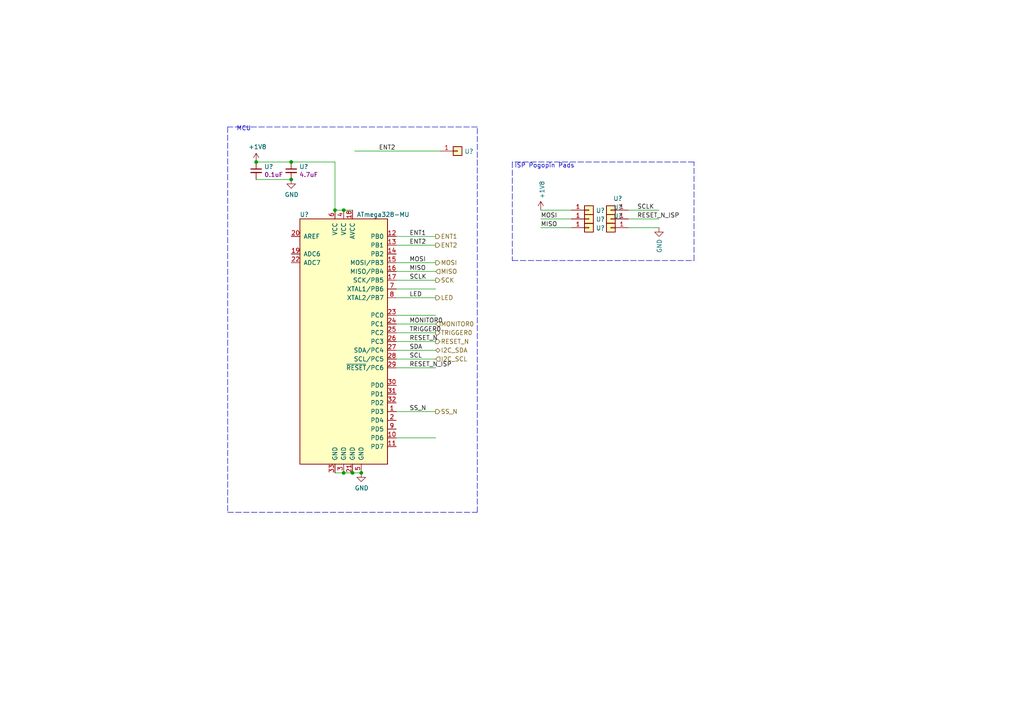
<source format=kicad_sch>
(kicad_sch (version 20211123) (generator eeschema)
  (paper "A4")
  (title_block (title "Miniscope-V4-Rigid-Flex") (date "2021-01-05") (rev "4.41") (company "Aharoni Lab"))
  (lib_symbols
    (symbol ".Capacitor:GRM155R60J475ME87D" (pin_numbers hide) (pin_names (offset 0.254) hide)
      (property "Reference" "C" (at 0.254 1.778 0))
      (property "Note" "4.7uF" (at 2.794 -2.032 0))
      (symbol "GRM155R60J475ME87D_0_1"
        (polyline (pts (xy -1.524 -0.508) (xy 1.524 -0.508)) (stroke (width 0.3302)))
        (polyline (pts (xy -1.524 0.508) (xy 1.524 0.508)) (stroke (width 0.3048)))
      )
      (symbol "GRM155R60J475ME87D_1_1"
        (pin passive line (at 0 2.54 270) (length 2.032) (name "~") (number "1"))
        (pin passive line (at 0 -2.54 90) (length 2.032) (name "~") (number "2"))
      )
    )
    (symbol ".Capacitor:GRM155R71A104JA01D" (pin_numbers hide) (pin_names (offset 0.254) hide)
      (property "Reference" "C" (at 0.254 1.778 0))
      (property "Note" "0.1uF" (at 2.794 -2.032 0))
      (symbol "GRM155R71A104JA01D_0_1"
        (polyline (pts (xy -1.524 -0.508) (xy 1.524 -0.508)) (stroke (width 0.3302)))
        (polyline (pts (xy -1.524 0.508) (xy 1.524 0.508)) (stroke (width 0.3048)))
      )
      (symbol "GRM155R71A104JA01D_1_1"
        (pin passive line (at 0 2.54 270) (length 2.032) (name "~") (number "1"))
        (pin passive line (at 0 -2.54 90) (length 2.032) (name "~") (number "2"))
      )
    )
    (symbol ".Connector:Conn_01x01" (pin_names (offset 1.016) hide)
      (property "Reference" "J" (at 0 2.54 0))
      (property "Value" "Conn_01x01" (at 0 -2.54 0))
      (symbol "Conn_01x01_1_1"
        (rectangle (start -1.27 0.127) (end 0 -0.127) (stroke (width 0.1524)))
        (rectangle (start -1.27 1.27) (end 1.27 -1.27) (stroke (width 0.254)) (fill (type background)))
        (pin passive line (at -5.08 0 0) (length 3.81) (name "Pin_1") (number "1"))
      )
    )
    (symbol ".MCU:ATmega328-MU" (pin_names (offset 1.016))
      (property "Reference" "U" (at -11.43 38.1 0))
      (property "Value" "ATmega328-MU" (at 12.7 36.83 0))
      (symbol "ATmega328-MU_1_1"
        (rectangle (start -12.7 -35.56) (end 12.7 35.56) (stroke (width 0.254)) (fill (type background)))
        (pin tri_state line (at 15.24 -20.32 180) (length 2.54) (name "PD3") (number "1"))
        (pin tri_state line (at 15.24 -27.94 180) (length 2.54) (name "PD6") (number "10"))
        (pin tri_state line (at 15.24 -30.48 180) (length 2.54) (name "PD7") (number "11"))
        (pin tri_state line (at 15.24 30.48 180) (length 2.54) (name "PB0") (number "12"))
        (pin tri_state line (at 15.24 27.94 180) (length 2.54) (name "PB1") (number "13"))
        (pin tri_state line (at 15.24 25.4 180) (length 2.54) (name "PB2") (number "14"))
        (pin tri_state line (at 15.24 22.86 180) (length 2.54) (name "MOSI/PB3") (number "15"))
        (pin tri_state line (at 15.24 20.32 180) (length 2.54) (name "MISO/PB4") (number "16"))
        (pin tri_state line (at 15.24 17.78 180) (length 2.54) (name "SCK/PB5") (number "17"))
        (pin power_in line (at 2.54 38.1 270) (length 2.54) (name "AVCC") (number "18"))
        (pin input line (at -15.24 25.4 0) (length 2.54) (name "ADC6") (number "19"))
        (pin tri_state line (at 15.24 -22.86 180) (length 2.54) (name "PD4") (number "2"))
        (pin passive line (at -15.24 30.48 0) (length 2.54) (name "AREF") (number "20"))
        (pin power_in line (at 2.54 -38.1 90) (length 2.54) (name "GND") (number "21"))
        (pin input line (at -15.24 22.86 0) (length 2.54) (name "ADC7") (number "22"))
        (pin tri_state line (at 15.24 7.62 180) (length 2.54) (name "PC0") (number "23"))
        (pin tri_state line (at 15.24 5.08 180) (length 2.54) (name "PC1") (number "24"))
        (pin tri_state line (at 15.24 2.54 180) (length 2.54) (name "PC2") (number "25"))
        (pin tri_state line (at 15.24 0 180) (length 2.54) (name "PC3") (number "26"))
        (pin tri_state line (at 15.24 -2.54 180) (length 2.54) (name "SDA/PC4") (number "27"))
        (pin tri_state line (at 15.24 -5.08 180) (length 2.54) (name "SCL/PC5") (number "28"))
        (pin tri_state line (at 15.24 -7.62 180) (length 2.54) (name "~{RESET}/PC6") (number "29"))
        (pin power_in line (at 0 -38.1 90) (length 2.54) (name "GND") (number "3"))
        (pin tri_state line (at 15.24 -12.7 180) (length 2.54) (name "PD0") (number "30"))
        (pin tri_state line (at 15.24 -15.24 180) (length 2.54) (name "PD1") (number "31"))
        (pin tri_state line (at 15.24 -17.78 180) (length 2.54) (name "PD2") (number "32"))
        (pin power_in line (at -2.54 -38.1 90) (length 2.54) (name "GND") (number "33"))
        (pin power_in line (at 0 38.1 270) (length 2.54) (name "VCC") (number "4"))
        (pin power_in line (at 5.08 -38.1 90) (length 2.54) (name "GND") (number "5"))
        (pin power_in line (at -2.54 38.1 270) (length 2.54) (name "VCC") (number "6"))
        (pin tri_state line (at 15.24 15.24 180) (length 2.54) (name "XTAL1/PB6") (number "7"))
        (pin tri_state line (at 15.24 12.7 180) (length 2.54) (name "XTAL2/PB7") (number "8"))
        (pin tri_state line (at 15.24 -25.4 180) (length 2.54) (name "PD5") (number "9"))
      )
    )
    (symbol "power:+1V8" (power) (pin_names (offset 0))
      (property "Value" "+1V8" (at 0 3.556 0))
      (symbol "+1V8_0_1"
        (polyline (pts (xy -0.762 1.27) (xy 0 2.54)))
        (polyline (pts (xy 0 0) (xy 0 2.54)))
        (polyline (pts (xy 0 2.54) (xy 0.762 1.27)))
      )
      (symbol "+1V8_1_1"
        (pin power_in line (at 0 0 90) (length 0) hide (name "+1V8") (number "1"))
      )
    )
    (symbol "power:GND" (power) (pin_names (offset 0))
      (property "Value" "GND" (at 0 -3.81 0))
      (symbol "GND_0_1"
        (polyline (pts (xy 0 0) (xy 0 -1.27) (xy 1.27 -1.27) (xy 0 -2.54) (xy -1.27 -1.27) (xy 0 -1.27)))
      )
      (symbol "GND_1_1"
        (pin power_in line (at 0 0 270) (length 0) hide (name "GND") (number "1"))
      )
    )
  )
  (junction (at 99.695 60.96))
  (junction (at 84.455 46.99))
  (junction (at 99.695 137.16))
  (junction (at 104.775 137.16))
  (junction (at 102.235 137.16))
  (junction (at 74.295 46.99))
  (junction (at 84.455 52.07))
  (junction (at 97.155 60.96))
  (wire (pts (xy 97.155 60.96) (xy 97.155 46.99)))
  (polyline (pts (xy 201.295 46.99) (xy 148.59 46.99)))
  (wire (pts (xy 102.87 43.815) (xy 127.635 43.815)))
  (wire (pts (xy 114.935 93.98) (xy 126.365 93.98)))
  (wire (pts (xy 114.935 68.58) (xy 126.365 68.58)))
  (wire (pts (xy 114.935 106.68) (xy 126.365 106.68)))
  (polyline (pts (xy 148.59 75.565) (xy 201.295 75.565)))
  (wire (pts (xy 114.935 101.6) (xy 126.365 101.6)))
  (wire (pts (xy 114.935 81.28) (xy 126.365 81.28)))
  (wire (pts (xy 114.935 127) (xy 126.365 127)))
  (wire (pts (xy 114.935 119.38) (xy 126.365 119.38)))
  (wire (pts (xy 84.455 52.07) (xy 74.295 52.07)))
  (wire (pts (xy 114.935 78.74) (xy 126.365 78.74)))
  (wire (pts (xy 97.155 137.16) (xy 99.695 137.16)))
  (wire (pts (xy 102.235 137.16) (xy 104.775 137.16)))
  (wire (pts (xy 114.935 86.36) (xy 126.365 86.36)))
  (wire (pts (xy 114.935 99.06) (xy 126.365 99.06)))
  (wire (pts (xy 102.235 60.96) (xy 99.695 60.96)))
  (wire (pts (xy 114.935 76.2) (xy 126.365 76.2)))
  (polyline (pts (xy 138.43 36.83) (xy 66.04 36.83)))
  (polyline (pts (xy 201.295 75.565) (xy 201.295 46.99)))
  (wire (pts (xy 114.935 104.14) (xy 126.365 104.14)))
  (wire (pts (xy 182.245 66.04) (xy 191.135 66.04)))
  (polyline (pts (xy 148.59 46.99) (xy 148.59 75.565)))
  (wire (pts (xy 114.935 83.82) (xy 126.365 83.82)))
  (wire (pts (xy 114.935 96.52) (xy 126.365 96.52)))
  (wire (pts (xy 182.245 60.96) (xy 191.135 60.96)))
  (polyline (pts (xy 66.04 36.83) (xy 66.04 148.59)))
  (wire (pts (xy 165.735 63.5) (xy 156.845 63.5)))
  (wire (pts (xy 84.455 46.99) (xy 74.295 46.99)))
  (wire (pts (xy 182.245 63.5) (xy 191.135 63.5)))
  (wire (pts (xy 165.735 66.04) (xy 156.845 66.04)))
  (polyline (pts (xy 138.43 148.59) (xy 138.43 36.83)))
  (wire (pts (xy 97.155 46.99) (xy 84.455 46.99)))
  (wire (pts (xy 99.695 137.16) (xy 102.235 137.16)))
  (wire (pts (xy 99.695 60.96) (xy 97.155 60.96)))
  (wire (pts (xy 165.735 60.96) (xy 156.845 60.96)))
  (wire (pts (xy 114.935 91.44) (xy 126.365 91.44)))
  (polyline (pts (xy 66.04 148.59) (xy 138.43 148.59)))
  (wire (pts (xy 114.935 71.12) (xy 126.365 71.12)))
  (text "ISP Pogopin Pads" (at 149.225 48.895 0) (effects (font (size 1.27 1.27)) (justify left bottom)))
  (text "MCU" (at 68.58 38.1 0) (effects (font (size 1.27 1.27)) (justify left bottom)))
  (label "TRIGGER0" (at 118.745 96.52 0))
  (label "RESET_N_ISP" (at 184.785 63.5 0))
  (label "MISO" (at 156.845 66.04 0))
  (label "SS_N" (at 118.745 119.38 0))
  (label "ENT2" (at 109.855 43.815 0))
  (label "ENT1" (at 118.745 68.58 0))
  (label "SCLK" (at 118.745 81.28 0))
  (label "SDA" (at 118.745 101.6 0))
  (label "RESET_N" (at 118.745 99.06 0))
  (label "ENT2" (at 118.745 71.12 0))
  (label "MONITOR0" (at 118.745 93.98 0))
  (label "MOSI" (at 118.745 76.2 0))
  (label "SCL" (at 118.745 104.14 0))
  (label "MISO" (at 118.745 78.74 0))
  (label "SCLK" (at 184.785 60.96 0))
  (label "LED" (at 118.745 86.36 0))
  (label "RESET_N_ISP" (at 118.745 106.68 0))
  (label "MOSI" (at 156.845 63.5 0))
  (hierarchical_label "MOSI" (shape output) (at 126.365 76.2 0))
  (hierarchical_label "I2C_SCL" (shape input) (at 126.365 104.14 0))
  (hierarchical_label "RESET_N" (shape output) (at 126.365 99.06 0))
  (hierarchical_label "ENT2" (shape output) (at 126.365 71.12 0))
  (hierarchical_label "TRIGGER0" (shape output) (at 126.365 96.52 0))
  (hierarchical_label "SS_N" (shape output) (at 126.365 119.38 0))
  (hierarchical_label "MONITOR0" (shape input) (at 126.365 93.98 0))
  (hierarchical_label "LED" (shape output) (at 126.365 86.36 0))
  (hierarchical_label "SCK" (shape output) (at 126.365 81.28 0))
  (hierarchical_label "I2C_SDA" (shape bidirectional) (at 126.365 101.6 0))
  (hierarchical_label "MISO" (shape input) (at 126.365 78.74 0))
  (hierarchical_label "ENT1" (shape output) (at 126.365 68.58 0))
  (symbol (lib_id ".MCU:ATmega328-MU") (at 99.695 99.06 0) (unit 1)
    (property "Value" "ATmega328-MU" (at 111.125 62.23 0))
    (property "Footprint" ".Package_QFN:QFN_33_P50_500X500X80L40X24T310L" (effects hide))
    (property "Datasheet" "http://ww1.microchip.com/downloads/en/DeviceDoc/40001906C.pdf" (effects hide))
  )
  (symbol (lib_id ".Capacitor:GRM155R60J475ME87D") (at 84.455 49.53 0) (unit 1)
    (property "Value" "GRM155R60J475ME47D" (effects hide))
    (property "Footprint" ".Capacitor:C_0402_1005Metric_L" (effects hide))
    (property "Note" "4.7uF" (at 86.7918 50.673 0) (effects (justify left)))
    (property "Size" "0402" (effects hide))
  )
  (symbol (lib_id "power:GND") (at 104.775 137.16 0) (unit 1)
    (property "Value" "GND" (at 104.902 141.5542 0))
  )
  (symbol (lib_id "power:+1V8") (at 74.295 46.99 0) (unit 1)
    (property "Value" "+1V8" (at 74.676 42.5958 0))
  )
  (symbol (lib_id "power:GND") (at 84.455 52.07 0) (unit 1)
    (property "Value" "GND" (at 84.582 56.4642 0))
  )
  (symbol (lib_id ".Connector:Conn_01x01") (at 170.815 66.04 0) (unit 1)
    (property "Value" "DNL" (effects hide))
    (property "Footprint" ".Connector:Conn_1x1_700_Circular_Pad" (effects hide))
  )
  (symbol (lib_id ".Connector:Conn_01x01") (at 170.815 63.5 0) (unit 1)
    (property "Value" "DNL" (effects hide))
    (property "Footprint" ".Connector:Conn_1x1_700_Circular_Pad" (effects hide))
  )
  (symbol (lib_id ".Connector:Conn_01x01") (at 170.815 60.96 0) (unit 1)
    (property "Value" "DNL" (effects hide))
    (property "Footprint" ".Connector:Conn_1x1_700_Circular_Pad" (effects hide))
  )
  (symbol (lib_id ".Connector:Conn_01x01") (at 177.165 60.96 180) (unit 1)
    (property "Value" "DNL" (effects hide))
    (property "Footprint" ".Connector:Conn_1x1_700_Circular_Pad" (effects hide))
  )
  (symbol (lib_id ".Connector:Conn_01x01") (at 177.165 63.5 180) (unit 1)
    (property "Value" "DNL" (effects hide))
    (property "Footprint" ".Connector:Conn_1x1_700_Circular_Pad" (effects hide))
  )
  (symbol (lib_id ".Connector:Conn_01x01") (at 177.165 66.04 180) (unit 1)
    (property "Value" "DNL" (effects hide))
    (property "Footprint" ".Connector:Conn_1x1_700_Circular_Pad" (effects hide))
  )
  (symbol (lib_id "power:GND") (at 191.135 66.04 0) (unit 1)
    (property "Value" "GND" (at 191.262 69.2912 90) (effects (justify right)))
  )
  (symbol (lib_id "power:+1V8") (at 156.845 60.96 0) (unit 1)
    (property "Value" "+1V8" (at 157.226 57.7088 90) (effects (justify left)))
  )
  (symbol (lib_id ".Capacitor:GRM155R71A104JA01D") (at 74.295 49.53 0) (unit 1)
    (property "Value" "GRM033R61A104ME15D" (effects hide))
    (property "Footprint" ".Capacitor:C_0201_0603Metric_L" (effects hide))
    (property "Datasheet" "http://search.murata.co.jp/Ceramy/image/img/A01X/G101/ENG/GRM033R61A104ME15-01.pdf" (effects hide))
    (property "Note" "0.1uF" (at 76.6318 50.673 0) (effects (justify left)))
    (property "Size" "0201" (effects hide))
  )
  (symbol (lib_id ".Connector:Conn_01x01") (at 132.715 43.815 0) (unit 1)
    (property "Value" "DNL" (effects hide))
    (property "Footprint" ".Connector:Conn_1x1_700_Circular_Pad" (effects hide))
  )
)
</source>
